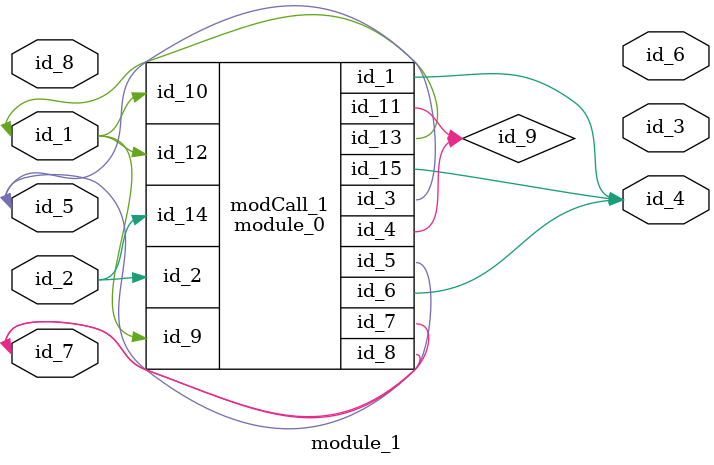
<source format=v>
module module_0 (
    id_1,
    id_2,
    id_3,
    id_4,
    id_5,
    id_6,
    id_7,
    id_8,
    id_9,
    id_10,
    id_11,
    id_12,
    id_13,
    id_14,
    id_15
);
  output wire id_15;
  input wire id_14;
  inout wire id_13;
  input wire id_12;
  inout wire id_11;
  input wire id_10;
  input wire id_9;
  output wire id_8;
  inout wire id_7;
  output wire id_6;
  inout wire id_5;
  inout wire id_4;
  output wire id_3;
  input wire id_2;
  output wire id_1;
  wire id_16;
  specify
    (posedge id_17 => (id_18  : 1)) = ($realtime & ({id_7, 1}): -1  : id_12, id_5  : 1  : id_11);
  endspecify
endmodule
module module_1 (
    id_1,
    id_2,
    id_3,
    id_4,
    id_5,
    id_6,
    id_7,
    id_8
);
  input wire id_8;
  inout wire id_7;
  output wire id_6;
  inout wire id_5;
  output wire id_4;
  output wire id_3;
  input wire id_2;
  inout wire id_1;
  wire id_9;
  module_0 modCall_1 (
      id_4,
      id_2,
      id_5,
      id_9,
      id_5,
      id_4,
      id_7,
      id_7,
      id_1,
      id_1,
      id_9,
      id_1,
      id_1,
      id_2,
      id_4
  );
  wand id_10;
  wire id_11;
endmodule

</source>
